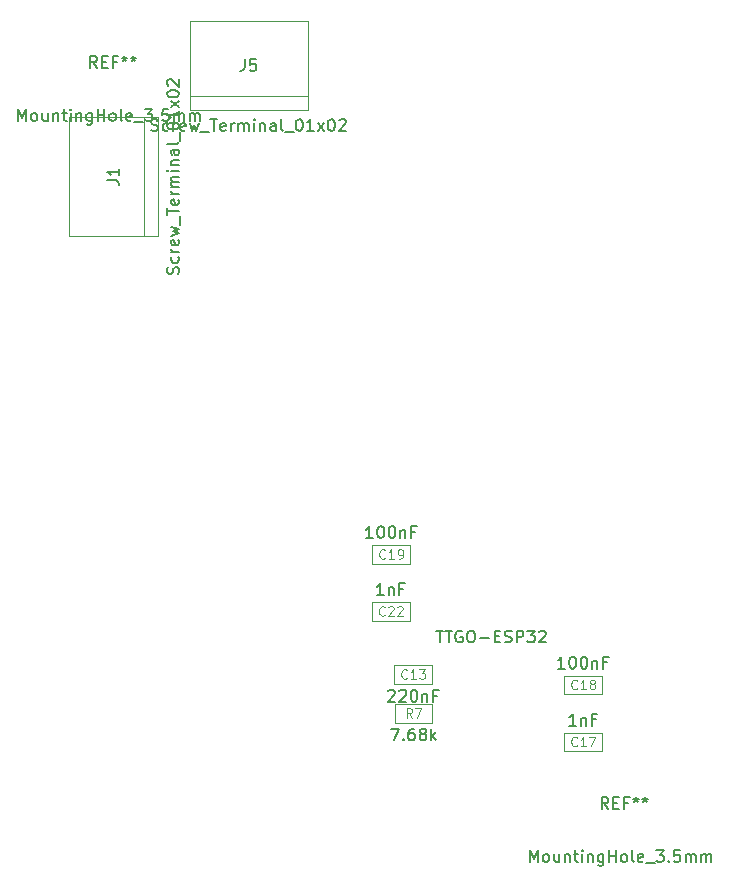
<source format=gbr>
%TF.GenerationSoftware,KiCad,Pcbnew,(5.1.12)-1*%
%TF.CreationDate,2021-12-15T12:49:01+01:00*%
%TF.ProjectId,HorseFOT_thomas_v1,486f7273-6546-44f5-945f-74686f6d6173,rev?*%
%TF.SameCoordinates,Original*%
%TF.FileFunction,AssemblyDrawing,Top*%
%FSLAX46Y46*%
G04 Gerber Fmt 4.6, Leading zero omitted, Abs format (unit mm)*
G04 Created by KiCad (PCBNEW (5.1.12)-1) date 2021-12-15 12:49:01*
%MOMM*%
%LPD*%
G01*
G04 APERTURE LIST*
%ADD10C,0.100000*%
%ADD11C,0.150000*%
%ADD12C,0.120000*%
G04 APERTURE END LIST*
D10*
%TO.C,R7*%
X161595000Y-101003000D02*
X161595000Y-99403000D01*
X161595000Y-99403000D02*
X164795000Y-99403000D01*
X164795000Y-99403000D02*
X164795000Y-101003000D01*
X164795000Y-101003000D02*
X161595000Y-101003000D01*
%TO.C,J5*%
X144275000Y-47889000D02*
X154175000Y-47889000D01*
X144225000Y-41589000D02*
X144225000Y-49089000D01*
X144225000Y-49089000D02*
X154225000Y-49089000D01*
X154225000Y-49089000D02*
X154225000Y-41589000D01*
X154225000Y-41589000D02*
X144225000Y-41589000D01*
%TO.C,J1*%
X140345000Y-59687000D02*
X140345000Y-49787000D01*
X134045000Y-59737000D02*
X141545000Y-59737000D01*
X141545000Y-59737000D02*
X141545000Y-49737000D01*
X141545000Y-49737000D02*
X134045000Y-49737000D01*
X134045000Y-49737000D02*
X134045000Y-59737000D01*
%TO.C,C22*%
X162851500Y-90767000D02*
X162851500Y-92367000D01*
X162851500Y-92367000D02*
X159651500Y-92367000D01*
X159651500Y-92367000D02*
X159651500Y-90767000D01*
X159651500Y-90767000D02*
X162851500Y-90767000D01*
%TO.C,C19*%
X162890000Y-85941000D02*
X162890000Y-87541000D01*
X162890000Y-87541000D02*
X159690000Y-87541000D01*
X159690000Y-87541000D02*
X159690000Y-85941000D01*
X159690000Y-85941000D02*
X162890000Y-85941000D01*
%TO.C,C18*%
X179146000Y-96990000D02*
X179146000Y-98590000D01*
X179146000Y-98590000D02*
X175946000Y-98590000D01*
X175946000Y-98590000D02*
X175946000Y-96990000D01*
X175946000Y-96990000D02*
X179146000Y-96990000D01*
%TO.C,C17*%
X179146000Y-101816000D02*
X179146000Y-103416000D01*
X179146000Y-103416000D02*
X175946000Y-103416000D01*
X175946000Y-103416000D02*
X175946000Y-101816000D01*
X175946000Y-101816000D02*
X179146000Y-101816000D01*
%TO.C,C13*%
X161556500Y-97701000D02*
X161556500Y-96101000D01*
X161556500Y-96101000D02*
X164756500Y-96101000D01*
X164756500Y-96101000D02*
X164756500Y-97701000D01*
X164756500Y-97701000D02*
X161556500Y-97701000D01*
%TD*%
%TO.C,ESP32-TTGO_vT1*%
D11*
X165108523Y-93186380D02*
X165679952Y-93186380D01*
X165394238Y-94186380D02*
X165394238Y-93186380D01*
X165870428Y-93186380D02*
X166441857Y-93186380D01*
X166156142Y-94186380D02*
X166156142Y-93186380D01*
X167299000Y-93234000D02*
X167203761Y-93186380D01*
X167060904Y-93186380D01*
X166918047Y-93234000D01*
X166822809Y-93329238D01*
X166775190Y-93424476D01*
X166727571Y-93614952D01*
X166727571Y-93757809D01*
X166775190Y-93948285D01*
X166822809Y-94043523D01*
X166918047Y-94138761D01*
X167060904Y-94186380D01*
X167156142Y-94186380D01*
X167299000Y-94138761D01*
X167346619Y-94091142D01*
X167346619Y-93757809D01*
X167156142Y-93757809D01*
X167965666Y-93186380D02*
X168156142Y-93186380D01*
X168251380Y-93234000D01*
X168346619Y-93329238D01*
X168394238Y-93519714D01*
X168394238Y-93853047D01*
X168346619Y-94043523D01*
X168251380Y-94138761D01*
X168156142Y-94186380D01*
X167965666Y-94186380D01*
X167870428Y-94138761D01*
X167775190Y-94043523D01*
X167727571Y-93853047D01*
X167727571Y-93519714D01*
X167775190Y-93329238D01*
X167870428Y-93234000D01*
X167965666Y-93186380D01*
X168822809Y-93805428D02*
X169584714Y-93805428D01*
X170060904Y-93662571D02*
X170394238Y-93662571D01*
X170537095Y-94186380D02*
X170060904Y-94186380D01*
X170060904Y-93186380D01*
X170537095Y-93186380D01*
X170918047Y-94138761D02*
X171060904Y-94186380D01*
X171299000Y-94186380D01*
X171394238Y-94138761D01*
X171441857Y-94091142D01*
X171489476Y-93995904D01*
X171489476Y-93900666D01*
X171441857Y-93805428D01*
X171394238Y-93757809D01*
X171299000Y-93710190D01*
X171108523Y-93662571D01*
X171013285Y-93614952D01*
X170965666Y-93567333D01*
X170918047Y-93472095D01*
X170918047Y-93376857D01*
X170965666Y-93281619D01*
X171013285Y-93234000D01*
X171108523Y-93186380D01*
X171346619Y-93186380D01*
X171489476Y-93234000D01*
X171918047Y-94186380D02*
X171918047Y-93186380D01*
X172299000Y-93186380D01*
X172394238Y-93234000D01*
X172441857Y-93281619D01*
X172489476Y-93376857D01*
X172489476Y-93519714D01*
X172441857Y-93614952D01*
X172394238Y-93662571D01*
X172299000Y-93710190D01*
X171918047Y-93710190D01*
X172822809Y-93186380D02*
X173441857Y-93186380D01*
X173108523Y-93567333D01*
X173251380Y-93567333D01*
X173346619Y-93614952D01*
X173394238Y-93662571D01*
X173441857Y-93757809D01*
X173441857Y-93995904D01*
X173394238Y-94091142D01*
X173346619Y-94138761D01*
X173251380Y-94186380D01*
X172965666Y-94186380D01*
X172870428Y-94138761D01*
X172822809Y-94091142D01*
X173822809Y-93281619D02*
X173870428Y-93234000D01*
X173965666Y-93186380D01*
X174203761Y-93186380D01*
X174299000Y-93234000D01*
X174346619Y-93281619D01*
X174394238Y-93376857D01*
X174394238Y-93472095D01*
X174346619Y-93614952D01*
X173775190Y-94186380D01*
X174394238Y-94186380D01*
%TO.C,REF\u002A\u002A*%
X129723523Y-50037380D02*
X129723523Y-49037380D01*
X130056857Y-49751666D01*
X130390190Y-49037380D01*
X130390190Y-50037380D01*
X131009238Y-50037380D02*
X130914000Y-49989761D01*
X130866380Y-49942142D01*
X130818761Y-49846904D01*
X130818761Y-49561190D01*
X130866380Y-49465952D01*
X130914000Y-49418333D01*
X131009238Y-49370714D01*
X131152095Y-49370714D01*
X131247333Y-49418333D01*
X131294952Y-49465952D01*
X131342571Y-49561190D01*
X131342571Y-49846904D01*
X131294952Y-49942142D01*
X131247333Y-49989761D01*
X131152095Y-50037380D01*
X131009238Y-50037380D01*
X132199714Y-49370714D02*
X132199714Y-50037380D01*
X131771142Y-49370714D02*
X131771142Y-49894523D01*
X131818761Y-49989761D01*
X131914000Y-50037380D01*
X132056857Y-50037380D01*
X132152095Y-49989761D01*
X132199714Y-49942142D01*
X132675904Y-49370714D02*
X132675904Y-50037380D01*
X132675904Y-49465952D02*
X132723523Y-49418333D01*
X132818761Y-49370714D01*
X132961619Y-49370714D01*
X133056857Y-49418333D01*
X133104476Y-49513571D01*
X133104476Y-50037380D01*
X133437809Y-49370714D02*
X133818761Y-49370714D01*
X133580666Y-49037380D02*
X133580666Y-49894523D01*
X133628285Y-49989761D01*
X133723523Y-50037380D01*
X133818761Y-50037380D01*
X134152095Y-50037380D02*
X134152095Y-49370714D01*
X134152095Y-49037380D02*
X134104476Y-49085000D01*
X134152095Y-49132619D01*
X134199714Y-49085000D01*
X134152095Y-49037380D01*
X134152095Y-49132619D01*
X134628285Y-49370714D02*
X134628285Y-50037380D01*
X134628285Y-49465952D02*
X134675904Y-49418333D01*
X134771142Y-49370714D01*
X134914000Y-49370714D01*
X135009238Y-49418333D01*
X135056857Y-49513571D01*
X135056857Y-50037380D01*
X135961619Y-49370714D02*
X135961619Y-50180238D01*
X135914000Y-50275476D01*
X135866380Y-50323095D01*
X135771142Y-50370714D01*
X135628285Y-50370714D01*
X135533047Y-50323095D01*
X135961619Y-49989761D02*
X135866380Y-50037380D01*
X135675904Y-50037380D01*
X135580666Y-49989761D01*
X135533047Y-49942142D01*
X135485428Y-49846904D01*
X135485428Y-49561190D01*
X135533047Y-49465952D01*
X135580666Y-49418333D01*
X135675904Y-49370714D01*
X135866380Y-49370714D01*
X135961619Y-49418333D01*
X136437809Y-50037380D02*
X136437809Y-49037380D01*
X136437809Y-49513571D02*
X137009238Y-49513571D01*
X137009238Y-50037380D02*
X137009238Y-49037380D01*
X137628285Y-50037380D02*
X137533047Y-49989761D01*
X137485428Y-49942142D01*
X137437809Y-49846904D01*
X137437809Y-49561190D01*
X137485428Y-49465952D01*
X137533047Y-49418333D01*
X137628285Y-49370714D01*
X137771142Y-49370714D01*
X137866380Y-49418333D01*
X137914000Y-49465952D01*
X137961619Y-49561190D01*
X137961619Y-49846904D01*
X137914000Y-49942142D01*
X137866380Y-49989761D01*
X137771142Y-50037380D01*
X137628285Y-50037380D01*
X138533047Y-50037380D02*
X138437809Y-49989761D01*
X138390190Y-49894523D01*
X138390190Y-49037380D01*
X139294952Y-49989761D02*
X139199714Y-50037380D01*
X139009238Y-50037380D01*
X138914000Y-49989761D01*
X138866380Y-49894523D01*
X138866380Y-49513571D01*
X138914000Y-49418333D01*
X139009238Y-49370714D01*
X139199714Y-49370714D01*
X139294952Y-49418333D01*
X139342571Y-49513571D01*
X139342571Y-49608809D01*
X138866380Y-49704047D01*
X139533047Y-50132619D02*
X140294952Y-50132619D01*
X140437809Y-49037380D02*
X141056857Y-49037380D01*
X140723523Y-49418333D01*
X140866380Y-49418333D01*
X140961619Y-49465952D01*
X141009238Y-49513571D01*
X141056857Y-49608809D01*
X141056857Y-49846904D01*
X141009238Y-49942142D01*
X140961619Y-49989761D01*
X140866380Y-50037380D01*
X140580666Y-50037380D01*
X140485428Y-49989761D01*
X140437809Y-49942142D01*
X141485428Y-49942142D02*
X141533047Y-49989761D01*
X141485428Y-50037380D01*
X141437809Y-49989761D01*
X141485428Y-49942142D01*
X141485428Y-50037380D01*
X142437809Y-49037380D02*
X141961619Y-49037380D01*
X141914000Y-49513571D01*
X141961619Y-49465952D01*
X142056857Y-49418333D01*
X142294952Y-49418333D01*
X142390190Y-49465952D01*
X142437809Y-49513571D01*
X142485428Y-49608809D01*
X142485428Y-49846904D01*
X142437809Y-49942142D01*
X142390190Y-49989761D01*
X142294952Y-50037380D01*
X142056857Y-50037380D01*
X141961619Y-49989761D01*
X141914000Y-49942142D01*
X142914000Y-50037380D02*
X142914000Y-49370714D01*
X142914000Y-49465952D02*
X142961619Y-49418333D01*
X143056857Y-49370714D01*
X143199714Y-49370714D01*
X143294952Y-49418333D01*
X143342571Y-49513571D01*
X143342571Y-50037380D01*
X143342571Y-49513571D02*
X143390190Y-49418333D01*
X143485428Y-49370714D01*
X143628285Y-49370714D01*
X143723523Y-49418333D01*
X143771142Y-49513571D01*
X143771142Y-50037380D01*
X144247333Y-50037380D02*
X144247333Y-49370714D01*
X144247333Y-49465952D02*
X144294952Y-49418333D01*
X144390190Y-49370714D01*
X144533047Y-49370714D01*
X144628285Y-49418333D01*
X144675904Y-49513571D01*
X144675904Y-50037380D01*
X144675904Y-49513571D02*
X144723523Y-49418333D01*
X144818761Y-49370714D01*
X144961619Y-49370714D01*
X145056857Y-49418333D01*
X145104476Y-49513571D01*
X145104476Y-50037380D01*
X136380666Y-45537380D02*
X136047333Y-45061190D01*
X135809238Y-45537380D02*
X135809238Y-44537380D01*
X136190190Y-44537380D01*
X136285428Y-44585000D01*
X136333047Y-44632619D01*
X136380666Y-44727857D01*
X136380666Y-44870714D01*
X136333047Y-44965952D01*
X136285428Y-45013571D01*
X136190190Y-45061190D01*
X135809238Y-45061190D01*
X136809238Y-45013571D02*
X137142571Y-45013571D01*
X137285428Y-45537380D02*
X136809238Y-45537380D01*
X136809238Y-44537380D01*
X137285428Y-44537380D01*
X138047333Y-45013571D02*
X137714000Y-45013571D01*
X137714000Y-45537380D02*
X137714000Y-44537380D01*
X138190190Y-44537380D01*
X138714000Y-44537380D02*
X138714000Y-44775476D01*
X138475904Y-44680238D02*
X138714000Y-44775476D01*
X138952095Y-44680238D01*
X138571142Y-44965952D02*
X138714000Y-44775476D01*
X138856857Y-44965952D01*
X139475904Y-44537380D02*
X139475904Y-44775476D01*
X139237809Y-44680238D02*
X139475904Y-44775476D01*
X139714000Y-44680238D01*
X139333047Y-44965952D02*
X139475904Y-44775476D01*
X139618761Y-44965952D01*
X173030523Y-112775380D02*
X173030523Y-111775380D01*
X173363857Y-112489666D01*
X173697190Y-111775380D01*
X173697190Y-112775380D01*
X174316238Y-112775380D02*
X174221000Y-112727761D01*
X174173380Y-112680142D01*
X174125761Y-112584904D01*
X174125761Y-112299190D01*
X174173380Y-112203952D01*
X174221000Y-112156333D01*
X174316238Y-112108714D01*
X174459095Y-112108714D01*
X174554333Y-112156333D01*
X174601952Y-112203952D01*
X174649571Y-112299190D01*
X174649571Y-112584904D01*
X174601952Y-112680142D01*
X174554333Y-112727761D01*
X174459095Y-112775380D01*
X174316238Y-112775380D01*
X175506714Y-112108714D02*
X175506714Y-112775380D01*
X175078142Y-112108714D02*
X175078142Y-112632523D01*
X175125761Y-112727761D01*
X175221000Y-112775380D01*
X175363857Y-112775380D01*
X175459095Y-112727761D01*
X175506714Y-112680142D01*
X175982904Y-112108714D02*
X175982904Y-112775380D01*
X175982904Y-112203952D02*
X176030523Y-112156333D01*
X176125761Y-112108714D01*
X176268619Y-112108714D01*
X176363857Y-112156333D01*
X176411476Y-112251571D01*
X176411476Y-112775380D01*
X176744809Y-112108714D02*
X177125761Y-112108714D01*
X176887666Y-111775380D02*
X176887666Y-112632523D01*
X176935285Y-112727761D01*
X177030523Y-112775380D01*
X177125761Y-112775380D01*
X177459095Y-112775380D02*
X177459095Y-112108714D01*
X177459095Y-111775380D02*
X177411476Y-111823000D01*
X177459095Y-111870619D01*
X177506714Y-111823000D01*
X177459095Y-111775380D01*
X177459095Y-111870619D01*
X177935285Y-112108714D02*
X177935285Y-112775380D01*
X177935285Y-112203952D02*
X177982904Y-112156333D01*
X178078142Y-112108714D01*
X178221000Y-112108714D01*
X178316238Y-112156333D01*
X178363857Y-112251571D01*
X178363857Y-112775380D01*
X179268619Y-112108714D02*
X179268619Y-112918238D01*
X179221000Y-113013476D01*
X179173380Y-113061095D01*
X179078142Y-113108714D01*
X178935285Y-113108714D01*
X178840047Y-113061095D01*
X179268619Y-112727761D02*
X179173380Y-112775380D01*
X178982904Y-112775380D01*
X178887666Y-112727761D01*
X178840047Y-112680142D01*
X178792428Y-112584904D01*
X178792428Y-112299190D01*
X178840047Y-112203952D01*
X178887666Y-112156333D01*
X178982904Y-112108714D01*
X179173380Y-112108714D01*
X179268619Y-112156333D01*
X179744809Y-112775380D02*
X179744809Y-111775380D01*
X179744809Y-112251571D02*
X180316238Y-112251571D01*
X180316238Y-112775380D02*
X180316238Y-111775380D01*
X180935285Y-112775380D02*
X180840047Y-112727761D01*
X180792428Y-112680142D01*
X180744809Y-112584904D01*
X180744809Y-112299190D01*
X180792428Y-112203952D01*
X180840047Y-112156333D01*
X180935285Y-112108714D01*
X181078142Y-112108714D01*
X181173380Y-112156333D01*
X181221000Y-112203952D01*
X181268619Y-112299190D01*
X181268619Y-112584904D01*
X181221000Y-112680142D01*
X181173380Y-112727761D01*
X181078142Y-112775380D01*
X180935285Y-112775380D01*
X181840047Y-112775380D02*
X181744809Y-112727761D01*
X181697190Y-112632523D01*
X181697190Y-111775380D01*
X182601952Y-112727761D02*
X182506714Y-112775380D01*
X182316238Y-112775380D01*
X182221000Y-112727761D01*
X182173380Y-112632523D01*
X182173380Y-112251571D01*
X182221000Y-112156333D01*
X182316238Y-112108714D01*
X182506714Y-112108714D01*
X182601952Y-112156333D01*
X182649571Y-112251571D01*
X182649571Y-112346809D01*
X182173380Y-112442047D01*
X182840047Y-112870619D02*
X183601952Y-112870619D01*
X183744809Y-111775380D02*
X184363857Y-111775380D01*
X184030523Y-112156333D01*
X184173380Y-112156333D01*
X184268619Y-112203952D01*
X184316238Y-112251571D01*
X184363857Y-112346809D01*
X184363857Y-112584904D01*
X184316238Y-112680142D01*
X184268619Y-112727761D01*
X184173380Y-112775380D01*
X183887666Y-112775380D01*
X183792428Y-112727761D01*
X183744809Y-112680142D01*
X184792428Y-112680142D02*
X184840047Y-112727761D01*
X184792428Y-112775380D01*
X184744809Y-112727761D01*
X184792428Y-112680142D01*
X184792428Y-112775380D01*
X185744809Y-111775380D02*
X185268619Y-111775380D01*
X185221000Y-112251571D01*
X185268619Y-112203952D01*
X185363857Y-112156333D01*
X185601952Y-112156333D01*
X185697190Y-112203952D01*
X185744809Y-112251571D01*
X185792428Y-112346809D01*
X185792428Y-112584904D01*
X185744809Y-112680142D01*
X185697190Y-112727761D01*
X185601952Y-112775380D01*
X185363857Y-112775380D01*
X185268619Y-112727761D01*
X185221000Y-112680142D01*
X186221000Y-112775380D02*
X186221000Y-112108714D01*
X186221000Y-112203952D02*
X186268619Y-112156333D01*
X186363857Y-112108714D01*
X186506714Y-112108714D01*
X186601952Y-112156333D01*
X186649571Y-112251571D01*
X186649571Y-112775380D01*
X186649571Y-112251571D02*
X186697190Y-112156333D01*
X186792428Y-112108714D01*
X186935285Y-112108714D01*
X187030523Y-112156333D01*
X187078142Y-112251571D01*
X187078142Y-112775380D01*
X187554333Y-112775380D02*
X187554333Y-112108714D01*
X187554333Y-112203952D02*
X187601952Y-112156333D01*
X187697190Y-112108714D01*
X187840047Y-112108714D01*
X187935285Y-112156333D01*
X187982904Y-112251571D01*
X187982904Y-112775380D01*
X187982904Y-112251571D02*
X188030523Y-112156333D01*
X188125761Y-112108714D01*
X188268619Y-112108714D01*
X188363857Y-112156333D01*
X188411476Y-112251571D01*
X188411476Y-112775380D01*
X179687666Y-108275380D02*
X179354333Y-107799190D01*
X179116238Y-108275380D02*
X179116238Y-107275380D01*
X179497190Y-107275380D01*
X179592428Y-107323000D01*
X179640047Y-107370619D01*
X179687666Y-107465857D01*
X179687666Y-107608714D01*
X179640047Y-107703952D01*
X179592428Y-107751571D01*
X179497190Y-107799190D01*
X179116238Y-107799190D01*
X180116238Y-107751571D02*
X180449571Y-107751571D01*
X180592428Y-108275380D02*
X180116238Y-108275380D01*
X180116238Y-107275380D01*
X180592428Y-107275380D01*
X181354333Y-107751571D02*
X181021000Y-107751571D01*
X181021000Y-108275380D02*
X181021000Y-107275380D01*
X181497190Y-107275380D01*
X182021000Y-107275380D02*
X182021000Y-107513476D01*
X181782904Y-107418238D02*
X182021000Y-107513476D01*
X182259095Y-107418238D01*
X181878142Y-107703952D02*
X182021000Y-107513476D01*
X182163857Y-107703952D01*
X182782904Y-107275380D02*
X182782904Y-107513476D01*
X182544809Y-107418238D02*
X182782904Y-107513476D01*
X183021000Y-107418238D01*
X182640047Y-107703952D02*
X182782904Y-107513476D01*
X182925761Y-107703952D01*
%TO.C,R7*%
X161266428Y-101475380D02*
X161933095Y-101475380D01*
X161504523Y-102475380D01*
X162314047Y-102380142D02*
X162361666Y-102427761D01*
X162314047Y-102475380D01*
X162266428Y-102427761D01*
X162314047Y-102380142D01*
X162314047Y-102475380D01*
X163218809Y-101475380D02*
X163028333Y-101475380D01*
X162933095Y-101523000D01*
X162885476Y-101570619D01*
X162790238Y-101713476D01*
X162742619Y-101903952D01*
X162742619Y-102284904D01*
X162790238Y-102380142D01*
X162837857Y-102427761D01*
X162933095Y-102475380D01*
X163123571Y-102475380D01*
X163218809Y-102427761D01*
X163266428Y-102380142D01*
X163314047Y-102284904D01*
X163314047Y-102046809D01*
X163266428Y-101951571D01*
X163218809Y-101903952D01*
X163123571Y-101856333D01*
X162933095Y-101856333D01*
X162837857Y-101903952D01*
X162790238Y-101951571D01*
X162742619Y-102046809D01*
X163885476Y-101903952D02*
X163790238Y-101856333D01*
X163742619Y-101808714D01*
X163695000Y-101713476D01*
X163695000Y-101665857D01*
X163742619Y-101570619D01*
X163790238Y-101523000D01*
X163885476Y-101475380D01*
X164075952Y-101475380D01*
X164171190Y-101523000D01*
X164218809Y-101570619D01*
X164266428Y-101665857D01*
X164266428Y-101713476D01*
X164218809Y-101808714D01*
X164171190Y-101856333D01*
X164075952Y-101903952D01*
X163885476Y-101903952D01*
X163790238Y-101951571D01*
X163742619Y-101999190D01*
X163695000Y-102094428D01*
X163695000Y-102284904D01*
X163742619Y-102380142D01*
X163790238Y-102427761D01*
X163885476Y-102475380D01*
X164075952Y-102475380D01*
X164171190Y-102427761D01*
X164218809Y-102380142D01*
X164266428Y-102284904D01*
X164266428Y-102094428D01*
X164218809Y-101999190D01*
X164171190Y-101951571D01*
X164075952Y-101903952D01*
X164695000Y-102475380D02*
X164695000Y-101475380D01*
X164790238Y-102094428D02*
X165075952Y-102475380D01*
X165075952Y-101808714D02*
X164695000Y-102189666D01*
D12*
X163061666Y-100564904D02*
X162795000Y-100183952D01*
X162604523Y-100564904D02*
X162604523Y-99764904D01*
X162909285Y-99764904D01*
X162985476Y-99803000D01*
X163023571Y-99841095D01*
X163061666Y-99917285D01*
X163061666Y-100031571D01*
X163023571Y-100107761D01*
X162985476Y-100145857D01*
X162909285Y-100183952D01*
X162604523Y-100183952D01*
X163328333Y-99764904D02*
X163861666Y-99764904D01*
X163518809Y-100564904D01*
%TO.C,J5*%
D11*
X140986904Y-50823761D02*
X141129761Y-50871380D01*
X141367857Y-50871380D01*
X141463095Y-50823761D01*
X141510714Y-50776142D01*
X141558333Y-50680904D01*
X141558333Y-50585666D01*
X141510714Y-50490428D01*
X141463095Y-50442809D01*
X141367857Y-50395190D01*
X141177380Y-50347571D01*
X141082142Y-50299952D01*
X141034523Y-50252333D01*
X140986904Y-50157095D01*
X140986904Y-50061857D01*
X141034523Y-49966619D01*
X141082142Y-49919000D01*
X141177380Y-49871380D01*
X141415476Y-49871380D01*
X141558333Y-49919000D01*
X142415476Y-50823761D02*
X142320238Y-50871380D01*
X142129761Y-50871380D01*
X142034523Y-50823761D01*
X141986904Y-50776142D01*
X141939285Y-50680904D01*
X141939285Y-50395190D01*
X141986904Y-50299952D01*
X142034523Y-50252333D01*
X142129761Y-50204714D01*
X142320238Y-50204714D01*
X142415476Y-50252333D01*
X142844047Y-50871380D02*
X142844047Y-50204714D01*
X142844047Y-50395190D02*
X142891666Y-50299952D01*
X142939285Y-50252333D01*
X143034523Y-50204714D01*
X143129761Y-50204714D01*
X143844047Y-50823761D02*
X143748809Y-50871380D01*
X143558333Y-50871380D01*
X143463095Y-50823761D01*
X143415476Y-50728523D01*
X143415476Y-50347571D01*
X143463095Y-50252333D01*
X143558333Y-50204714D01*
X143748809Y-50204714D01*
X143844047Y-50252333D01*
X143891666Y-50347571D01*
X143891666Y-50442809D01*
X143415476Y-50538047D01*
X144225000Y-50204714D02*
X144415476Y-50871380D01*
X144605952Y-50395190D01*
X144796428Y-50871380D01*
X144986904Y-50204714D01*
X145129761Y-50966619D02*
X145891666Y-50966619D01*
X145986904Y-49871380D02*
X146558333Y-49871380D01*
X146272619Y-50871380D02*
X146272619Y-49871380D01*
X147272619Y-50823761D02*
X147177380Y-50871380D01*
X146986904Y-50871380D01*
X146891666Y-50823761D01*
X146844047Y-50728523D01*
X146844047Y-50347571D01*
X146891666Y-50252333D01*
X146986904Y-50204714D01*
X147177380Y-50204714D01*
X147272619Y-50252333D01*
X147320238Y-50347571D01*
X147320238Y-50442809D01*
X146844047Y-50538047D01*
X147748809Y-50871380D02*
X147748809Y-50204714D01*
X147748809Y-50395190D02*
X147796428Y-50299952D01*
X147844047Y-50252333D01*
X147939285Y-50204714D01*
X148034523Y-50204714D01*
X148367857Y-50871380D02*
X148367857Y-50204714D01*
X148367857Y-50299952D02*
X148415476Y-50252333D01*
X148510714Y-50204714D01*
X148653571Y-50204714D01*
X148748809Y-50252333D01*
X148796428Y-50347571D01*
X148796428Y-50871380D01*
X148796428Y-50347571D02*
X148844047Y-50252333D01*
X148939285Y-50204714D01*
X149082142Y-50204714D01*
X149177380Y-50252333D01*
X149225000Y-50347571D01*
X149225000Y-50871380D01*
X149701190Y-50871380D02*
X149701190Y-50204714D01*
X149701190Y-49871380D02*
X149653571Y-49919000D01*
X149701190Y-49966619D01*
X149748809Y-49919000D01*
X149701190Y-49871380D01*
X149701190Y-49966619D01*
X150177380Y-50204714D02*
X150177380Y-50871380D01*
X150177380Y-50299952D02*
X150225000Y-50252333D01*
X150320238Y-50204714D01*
X150463095Y-50204714D01*
X150558333Y-50252333D01*
X150605952Y-50347571D01*
X150605952Y-50871380D01*
X151510714Y-50871380D02*
X151510714Y-50347571D01*
X151463095Y-50252333D01*
X151367857Y-50204714D01*
X151177380Y-50204714D01*
X151082142Y-50252333D01*
X151510714Y-50823761D02*
X151415476Y-50871380D01*
X151177380Y-50871380D01*
X151082142Y-50823761D01*
X151034523Y-50728523D01*
X151034523Y-50633285D01*
X151082142Y-50538047D01*
X151177380Y-50490428D01*
X151415476Y-50490428D01*
X151510714Y-50442809D01*
X152129761Y-50871380D02*
X152034523Y-50823761D01*
X151986904Y-50728523D01*
X151986904Y-49871380D01*
X152272619Y-50966619D02*
X153034523Y-50966619D01*
X153463095Y-49871380D02*
X153558333Y-49871380D01*
X153653571Y-49919000D01*
X153701190Y-49966619D01*
X153748809Y-50061857D01*
X153796428Y-50252333D01*
X153796428Y-50490428D01*
X153748809Y-50680904D01*
X153701190Y-50776142D01*
X153653571Y-50823761D01*
X153558333Y-50871380D01*
X153463095Y-50871380D01*
X153367857Y-50823761D01*
X153320238Y-50776142D01*
X153272619Y-50680904D01*
X153225000Y-50490428D01*
X153225000Y-50252333D01*
X153272619Y-50061857D01*
X153320238Y-49966619D01*
X153367857Y-49919000D01*
X153463095Y-49871380D01*
X154748809Y-50871380D02*
X154177380Y-50871380D01*
X154463095Y-50871380D02*
X154463095Y-49871380D01*
X154367857Y-50014238D01*
X154272619Y-50109476D01*
X154177380Y-50157095D01*
X155082142Y-50871380D02*
X155605952Y-50204714D01*
X155082142Y-50204714D02*
X155605952Y-50871380D01*
X156177380Y-49871380D02*
X156272619Y-49871380D01*
X156367857Y-49919000D01*
X156415476Y-49966619D01*
X156463095Y-50061857D01*
X156510714Y-50252333D01*
X156510714Y-50490428D01*
X156463095Y-50680904D01*
X156415476Y-50776142D01*
X156367857Y-50823761D01*
X156272619Y-50871380D01*
X156177380Y-50871380D01*
X156082142Y-50823761D01*
X156034523Y-50776142D01*
X155986904Y-50680904D01*
X155939285Y-50490428D01*
X155939285Y-50252333D01*
X155986904Y-50061857D01*
X156034523Y-49966619D01*
X156082142Y-49919000D01*
X156177380Y-49871380D01*
X156891666Y-49966619D02*
X156939285Y-49919000D01*
X157034523Y-49871380D01*
X157272619Y-49871380D01*
X157367857Y-49919000D01*
X157415476Y-49966619D01*
X157463095Y-50061857D01*
X157463095Y-50157095D01*
X157415476Y-50299952D01*
X156844047Y-50871380D01*
X157463095Y-50871380D01*
X148891666Y-44791380D02*
X148891666Y-45505666D01*
X148844047Y-45648523D01*
X148748809Y-45743761D01*
X148605952Y-45791380D01*
X148510714Y-45791380D01*
X149844047Y-44791380D02*
X149367857Y-44791380D01*
X149320238Y-45267571D01*
X149367857Y-45219952D01*
X149463095Y-45172333D01*
X149701190Y-45172333D01*
X149796428Y-45219952D01*
X149844047Y-45267571D01*
X149891666Y-45362809D01*
X149891666Y-45600904D01*
X149844047Y-45696142D01*
X149796428Y-45743761D01*
X149701190Y-45791380D01*
X149463095Y-45791380D01*
X149367857Y-45743761D01*
X149320238Y-45696142D01*
%TO.C,J1*%
X143279761Y-62975095D02*
X143327380Y-62832238D01*
X143327380Y-62594142D01*
X143279761Y-62498904D01*
X143232142Y-62451285D01*
X143136904Y-62403666D01*
X143041666Y-62403666D01*
X142946428Y-62451285D01*
X142898809Y-62498904D01*
X142851190Y-62594142D01*
X142803571Y-62784619D01*
X142755952Y-62879857D01*
X142708333Y-62927476D01*
X142613095Y-62975095D01*
X142517857Y-62975095D01*
X142422619Y-62927476D01*
X142375000Y-62879857D01*
X142327380Y-62784619D01*
X142327380Y-62546523D01*
X142375000Y-62403666D01*
X143279761Y-61546523D02*
X143327380Y-61641761D01*
X143327380Y-61832238D01*
X143279761Y-61927476D01*
X143232142Y-61975095D01*
X143136904Y-62022714D01*
X142851190Y-62022714D01*
X142755952Y-61975095D01*
X142708333Y-61927476D01*
X142660714Y-61832238D01*
X142660714Y-61641761D01*
X142708333Y-61546523D01*
X143327380Y-61117952D02*
X142660714Y-61117952D01*
X142851190Y-61117952D02*
X142755952Y-61070333D01*
X142708333Y-61022714D01*
X142660714Y-60927476D01*
X142660714Y-60832238D01*
X143279761Y-60117952D02*
X143327380Y-60213190D01*
X143327380Y-60403666D01*
X143279761Y-60498904D01*
X143184523Y-60546523D01*
X142803571Y-60546523D01*
X142708333Y-60498904D01*
X142660714Y-60403666D01*
X142660714Y-60213190D01*
X142708333Y-60117952D01*
X142803571Y-60070333D01*
X142898809Y-60070333D01*
X142994047Y-60546523D01*
X142660714Y-59737000D02*
X143327380Y-59546523D01*
X142851190Y-59356047D01*
X143327380Y-59165571D01*
X142660714Y-58975095D01*
X143422619Y-58832238D02*
X143422619Y-58070333D01*
X142327380Y-57975095D02*
X142327380Y-57403666D01*
X143327380Y-57689380D02*
X142327380Y-57689380D01*
X143279761Y-56689380D02*
X143327380Y-56784619D01*
X143327380Y-56975095D01*
X143279761Y-57070333D01*
X143184523Y-57117952D01*
X142803571Y-57117952D01*
X142708333Y-57070333D01*
X142660714Y-56975095D01*
X142660714Y-56784619D01*
X142708333Y-56689380D01*
X142803571Y-56641761D01*
X142898809Y-56641761D01*
X142994047Y-57117952D01*
X143327380Y-56213190D02*
X142660714Y-56213190D01*
X142851190Y-56213190D02*
X142755952Y-56165571D01*
X142708333Y-56117952D01*
X142660714Y-56022714D01*
X142660714Y-55927476D01*
X143327380Y-55594142D02*
X142660714Y-55594142D01*
X142755952Y-55594142D02*
X142708333Y-55546523D01*
X142660714Y-55451285D01*
X142660714Y-55308428D01*
X142708333Y-55213190D01*
X142803571Y-55165571D01*
X143327380Y-55165571D01*
X142803571Y-55165571D02*
X142708333Y-55117952D01*
X142660714Y-55022714D01*
X142660714Y-54879857D01*
X142708333Y-54784619D01*
X142803571Y-54737000D01*
X143327380Y-54737000D01*
X143327380Y-54260809D02*
X142660714Y-54260809D01*
X142327380Y-54260809D02*
X142375000Y-54308428D01*
X142422619Y-54260809D01*
X142375000Y-54213190D01*
X142327380Y-54260809D01*
X142422619Y-54260809D01*
X142660714Y-53784619D02*
X143327380Y-53784619D01*
X142755952Y-53784619D02*
X142708333Y-53737000D01*
X142660714Y-53641761D01*
X142660714Y-53498904D01*
X142708333Y-53403666D01*
X142803571Y-53356047D01*
X143327380Y-53356047D01*
X143327380Y-52451285D02*
X142803571Y-52451285D01*
X142708333Y-52498904D01*
X142660714Y-52594142D01*
X142660714Y-52784619D01*
X142708333Y-52879857D01*
X143279761Y-52451285D02*
X143327380Y-52546523D01*
X143327380Y-52784619D01*
X143279761Y-52879857D01*
X143184523Y-52927476D01*
X143089285Y-52927476D01*
X142994047Y-52879857D01*
X142946428Y-52784619D01*
X142946428Y-52546523D01*
X142898809Y-52451285D01*
X143327380Y-51832238D02*
X143279761Y-51927476D01*
X143184523Y-51975095D01*
X142327380Y-51975095D01*
X143422619Y-51689380D02*
X143422619Y-50927476D01*
X142327380Y-50498904D02*
X142327380Y-50403666D01*
X142375000Y-50308428D01*
X142422619Y-50260809D01*
X142517857Y-50213190D01*
X142708333Y-50165571D01*
X142946428Y-50165571D01*
X143136904Y-50213190D01*
X143232142Y-50260809D01*
X143279761Y-50308428D01*
X143327380Y-50403666D01*
X143327380Y-50498904D01*
X143279761Y-50594142D01*
X143232142Y-50641761D01*
X143136904Y-50689380D01*
X142946428Y-50737000D01*
X142708333Y-50737000D01*
X142517857Y-50689380D01*
X142422619Y-50641761D01*
X142375000Y-50594142D01*
X142327380Y-50498904D01*
X143327380Y-49213190D02*
X143327380Y-49784619D01*
X143327380Y-49498904D02*
X142327380Y-49498904D01*
X142470238Y-49594142D01*
X142565476Y-49689380D01*
X142613095Y-49784619D01*
X143327380Y-48879857D02*
X142660714Y-48356047D01*
X142660714Y-48879857D02*
X143327380Y-48356047D01*
X142327380Y-47784619D02*
X142327380Y-47689380D01*
X142375000Y-47594142D01*
X142422619Y-47546523D01*
X142517857Y-47498904D01*
X142708333Y-47451285D01*
X142946428Y-47451285D01*
X143136904Y-47498904D01*
X143232142Y-47546523D01*
X143279761Y-47594142D01*
X143327380Y-47689380D01*
X143327380Y-47784619D01*
X143279761Y-47879857D01*
X143232142Y-47927476D01*
X143136904Y-47975095D01*
X142946428Y-48022714D01*
X142708333Y-48022714D01*
X142517857Y-47975095D01*
X142422619Y-47927476D01*
X142375000Y-47879857D01*
X142327380Y-47784619D01*
X142422619Y-47070333D02*
X142375000Y-47022714D01*
X142327380Y-46927476D01*
X142327380Y-46689380D01*
X142375000Y-46594142D01*
X142422619Y-46546523D01*
X142517857Y-46498904D01*
X142613095Y-46498904D01*
X142755952Y-46546523D01*
X143327380Y-47117952D01*
X143327380Y-46498904D01*
X137247380Y-55070333D02*
X137961666Y-55070333D01*
X138104523Y-55117952D01*
X138199761Y-55213190D01*
X138247380Y-55356047D01*
X138247380Y-55451285D01*
X138247380Y-54070333D02*
X138247380Y-54641761D01*
X138247380Y-54356047D02*
X137247380Y-54356047D01*
X137390238Y-54451285D01*
X137485476Y-54546523D01*
X137533095Y-54641761D01*
%TO.C,C22*%
X160656261Y-90169380D02*
X160084833Y-90169380D01*
X160370547Y-90169380D02*
X160370547Y-89169380D01*
X160275309Y-89312238D01*
X160180071Y-89407476D01*
X160084833Y-89455095D01*
X161084833Y-89502714D02*
X161084833Y-90169380D01*
X161084833Y-89597952D02*
X161132452Y-89550333D01*
X161227690Y-89502714D01*
X161370547Y-89502714D01*
X161465785Y-89550333D01*
X161513404Y-89645571D01*
X161513404Y-90169380D01*
X162322928Y-89645571D02*
X161989595Y-89645571D01*
X161989595Y-90169380D02*
X161989595Y-89169380D01*
X162465785Y-89169380D01*
D12*
X160737214Y-91852714D02*
X160699119Y-91890809D01*
X160584833Y-91928904D01*
X160508642Y-91928904D01*
X160394357Y-91890809D01*
X160318166Y-91814619D01*
X160280071Y-91738428D01*
X160241976Y-91586047D01*
X160241976Y-91471761D01*
X160280071Y-91319380D01*
X160318166Y-91243190D01*
X160394357Y-91167000D01*
X160508642Y-91128904D01*
X160584833Y-91128904D01*
X160699119Y-91167000D01*
X160737214Y-91205095D01*
X161041976Y-91205095D02*
X161080071Y-91167000D01*
X161156261Y-91128904D01*
X161346738Y-91128904D01*
X161422928Y-91167000D01*
X161461023Y-91205095D01*
X161499119Y-91281285D01*
X161499119Y-91357476D01*
X161461023Y-91471761D01*
X161003880Y-91928904D01*
X161499119Y-91928904D01*
X161803880Y-91205095D02*
X161841976Y-91167000D01*
X161918166Y-91128904D01*
X162108642Y-91128904D01*
X162184833Y-91167000D01*
X162222928Y-91205095D01*
X162261023Y-91281285D01*
X162261023Y-91357476D01*
X162222928Y-91471761D01*
X161765785Y-91928904D01*
X162261023Y-91928904D01*
%TO.C,C19*%
D11*
X159742380Y-85343380D02*
X159170952Y-85343380D01*
X159456666Y-85343380D02*
X159456666Y-84343380D01*
X159361428Y-84486238D01*
X159266190Y-84581476D01*
X159170952Y-84629095D01*
X160361428Y-84343380D02*
X160456666Y-84343380D01*
X160551904Y-84391000D01*
X160599523Y-84438619D01*
X160647142Y-84533857D01*
X160694761Y-84724333D01*
X160694761Y-84962428D01*
X160647142Y-85152904D01*
X160599523Y-85248142D01*
X160551904Y-85295761D01*
X160456666Y-85343380D01*
X160361428Y-85343380D01*
X160266190Y-85295761D01*
X160218571Y-85248142D01*
X160170952Y-85152904D01*
X160123333Y-84962428D01*
X160123333Y-84724333D01*
X160170952Y-84533857D01*
X160218571Y-84438619D01*
X160266190Y-84391000D01*
X160361428Y-84343380D01*
X161313809Y-84343380D02*
X161409047Y-84343380D01*
X161504285Y-84391000D01*
X161551904Y-84438619D01*
X161599523Y-84533857D01*
X161647142Y-84724333D01*
X161647142Y-84962428D01*
X161599523Y-85152904D01*
X161551904Y-85248142D01*
X161504285Y-85295761D01*
X161409047Y-85343380D01*
X161313809Y-85343380D01*
X161218571Y-85295761D01*
X161170952Y-85248142D01*
X161123333Y-85152904D01*
X161075714Y-84962428D01*
X161075714Y-84724333D01*
X161123333Y-84533857D01*
X161170952Y-84438619D01*
X161218571Y-84391000D01*
X161313809Y-84343380D01*
X162075714Y-84676714D02*
X162075714Y-85343380D01*
X162075714Y-84771952D02*
X162123333Y-84724333D01*
X162218571Y-84676714D01*
X162361428Y-84676714D01*
X162456666Y-84724333D01*
X162504285Y-84819571D01*
X162504285Y-85343380D01*
X163313809Y-84819571D02*
X162980476Y-84819571D01*
X162980476Y-85343380D02*
X162980476Y-84343380D01*
X163456666Y-84343380D01*
D12*
X160775714Y-87026714D02*
X160737619Y-87064809D01*
X160623333Y-87102904D01*
X160547142Y-87102904D01*
X160432857Y-87064809D01*
X160356666Y-86988619D01*
X160318571Y-86912428D01*
X160280476Y-86760047D01*
X160280476Y-86645761D01*
X160318571Y-86493380D01*
X160356666Y-86417190D01*
X160432857Y-86341000D01*
X160547142Y-86302904D01*
X160623333Y-86302904D01*
X160737619Y-86341000D01*
X160775714Y-86379095D01*
X161537619Y-87102904D02*
X161080476Y-87102904D01*
X161309047Y-87102904D02*
X161309047Y-86302904D01*
X161232857Y-86417190D01*
X161156666Y-86493380D01*
X161080476Y-86531476D01*
X161918571Y-87102904D02*
X162070952Y-87102904D01*
X162147142Y-87064809D01*
X162185238Y-87026714D01*
X162261428Y-86912428D01*
X162299523Y-86760047D01*
X162299523Y-86455285D01*
X162261428Y-86379095D01*
X162223333Y-86341000D01*
X162147142Y-86302904D01*
X161994761Y-86302904D01*
X161918571Y-86341000D01*
X161880476Y-86379095D01*
X161842380Y-86455285D01*
X161842380Y-86645761D01*
X161880476Y-86721952D01*
X161918571Y-86760047D01*
X161994761Y-86798142D01*
X162147142Y-86798142D01*
X162223333Y-86760047D01*
X162261428Y-86721952D01*
X162299523Y-86645761D01*
%TO.C,C18*%
D11*
X175998380Y-96392380D02*
X175426952Y-96392380D01*
X175712666Y-96392380D02*
X175712666Y-95392380D01*
X175617428Y-95535238D01*
X175522190Y-95630476D01*
X175426952Y-95678095D01*
X176617428Y-95392380D02*
X176712666Y-95392380D01*
X176807904Y-95440000D01*
X176855523Y-95487619D01*
X176903142Y-95582857D01*
X176950761Y-95773333D01*
X176950761Y-96011428D01*
X176903142Y-96201904D01*
X176855523Y-96297142D01*
X176807904Y-96344761D01*
X176712666Y-96392380D01*
X176617428Y-96392380D01*
X176522190Y-96344761D01*
X176474571Y-96297142D01*
X176426952Y-96201904D01*
X176379333Y-96011428D01*
X176379333Y-95773333D01*
X176426952Y-95582857D01*
X176474571Y-95487619D01*
X176522190Y-95440000D01*
X176617428Y-95392380D01*
X177569809Y-95392380D02*
X177665047Y-95392380D01*
X177760285Y-95440000D01*
X177807904Y-95487619D01*
X177855523Y-95582857D01*
X177903142Y-95773333D01*
X177903142Y-96011428D01*
X177855523Y-96201904D01*
X177807904Y-96297142D01*
X177760285Y-96344761D01*
X177665047Y-96392380D01*
X177569809Y-96392380D01*
X177474571Y-96344761D01*
X177426952Y-96297142D01*
X177379333Y-96201904D01*
X177331714Y-96011428D01*
X177331714Y-95773333D01*
X177379333Y-95582857D01*
X177426952Y-95487619D01*
X177474571Y-95440000D01*
X177569809Y-95392380D01*
X178331714Y-95725714D02*
X178331714Y-96392380D01*
X178331714Y-95820952D02*
X178379333Y-95773333D01*
X178474571Y-95725714D01*
X178617428Y-95725714D01*
X178712666Y-95773333D01*
X178760285Y-95868571D01*
X178760285Y-96392380D01*
X179569809Y-95868571D02*
X179236476Y-95868571D01*
X179236476Y-96392380D02*
X179236476Y-95392380D01*
X179712666Y-95392380D01*
D12*
X177031714Y-98075714D02*
X176993619Y-98113809D01*
X176879333Y-98151904D01*
X176803142Y-98151904D01*
X176688857Y-98113809D01*
X176612666Y-98037619D01*
X176574571Y-97961428D01*
X176536476Y-97809047D01*
X176536476Y-97694761D01*
X176574571Y-97542380D01*
X176612666Y-97466190D01*
X176688857Y-97390000D01*
X176803142Y-97351904D01*
X176879333Y-97351904D01*
X176993619Y-97390000D01*
X177031714Y-97428095D01*
X177793619Y-98151904D02*
X177336476Y-98151904D01*
X177565047Y-98151904D02*
X177565047Y-97351904D01*
X177488857Y-97466190D01*
X177412666Y-97542380D01*
X177336476Y-97580476D01*
X178250761Y-97694761D02*
X178174571Y-97656666D01*
X178136476Y-97618571D01*
X178098380Y-97542380D01*
X178098380Y-97504285D01*
X178136476Y-97428095D01*
X178174571Y-97390000D01*
X178250761Y-97351904D01*
X178403142Y-97351904D01*
X178479333Y-97390000D01*
X178517428Y-97428095D01*
X178555523Y-97504285D01*
X178555523Y-97542380D01*
X178517428Y-97618571D01*
X178479333Y-97656666D01*
X178403142Y-97694761D01*
X178250761Y-97694761D01*
X178174571Y-97732857D01*
X178136476Y-97770952D01*
X178098380Y-97847142D01*
X178098380Y-97999523D01*
X178136476Y-98075714D01*
X178174571Y-98113809D01*
X178250761Y-98151904D01*
X178403142Y-98151904D01*
X178479333Y-98113809D01*
X178517428Y-98075714D01*
X178555523Y-97999523D01*
X178555523Y-97847142D01*
X178517428Y-97770952D01*
X178479333Y-97732857D01*
X178403142Y-97694761D01*
%TO.C,C17*%
D11*
X176950761Y-101218380D02*
X176379333Y-101218380D01*
X176665047Y-101218380D02*
X176665047Y-100218380D01*
X176569809Y-100361238D01*
X176474571Y-100456476D01*
X176379333Y-100504095D01*
X177379333Y-100551714D02*
X177379333Y-101218380D01*
X177379333Y-100646952D02*
X177426952Y-100599333D01*
X177522190Y-100551714D01*
X177665047Y-100551714D01*
X177760285Y-100599333D01*
X177807904Y-100694571D01*
X177807904Y-101218380D01*
X178617428Y-100694571D02*
X178284095Y-100694571D01*
X178284095Y-101218380D02*
X178284095Y-100218380D01*
X178760285Y-100218380D01*
D12*
X177031714Y-102901714D02*
X176993619Y-102939809D01*
X176879333Y-102977904D01*
X176803142Y-102977904D01*
X176688857Y-102939809D01*
X176612666Y-102863619D01*
X176574571Y-102787428D01*
X176536476Y-102635047D01*
X176536476Y-102520761D01*
X176574571Y-102368380D01*
X176612666Y-102292190D01*
X176688857Y-102216000D01*
X176803142Y-102177904D01*
X176879333Y-102177904D01*
X176993619Y-102216000D01*
X177031714Y-102254095D01*
X177793619Y-102977904D02*
X177336476Y-102977904D01*
X177565047Y-102977904D02*
X177565047Y-102177904D01*
X177488857Y-102292190D01*
X177412666Y-102368380D01*
X177336476Y-102406476D01*
X178060285Y-102177904D02*
X178593619Y-102177904D01*
X178250761Y-102977904D01*
%TO.C,C13*%
D11*
X161037452Y-98298619D02*
X161085071Y-98251000D01*
X161180309Y-98203380D01*
X161418404Y-98203380D01*
X161513642Y-98251000D01*
X161561261Y-98298619D01*
X161608880Y-98393857D01*
X161608880Y-98489095D01*
X161561261Y-98631952D01*
X160989833Y-99203380D01*
X161608880Y-99203380D01*
X161989833Y-98298619D02*
X162037452Y-98251000D01*
X162132690Y-98203380D01*
X162370785Y-98203380D01*
X162466023Y-98251000D01*
X162513642Y-98298619D01*
X162561261Y-98393857D01*
X162561261Y-98489095D01*
X162513642Y-98631952D01*
X161942214Y-99203380D01*
X162561261Y-99203380D01*
X163180309Y-98203380D02*
X163275547Y-98203380D01*
X163370785Y-98251000D01*
X163418404Y-98298619D01*
X163466023Y-98393857D01*
X163513642Y-98584333D01*
X163513642Y-98822428D01*
X163466023Y-99012904D01*
X163418404Y-99108142D01*
X163370785Y-99155761D01*
X163275547Y-99203380D01*
X163180309Y-99203380D01*
X163085071Y-99155761D01*
X163037452Y-99108142D01*
X162989833Y-99012904D01*
X162942214Y-98822428D01*
X162942214Y-98584333D01*
X162989833Y-98393857D01*
X163037452Y-98298619D01*
X163085071Y-98251000D01*
X163180309Y-98203380D01*
X163942214Y-98536714D02*
X163942214Y-99203380D01*
X163942214Y-98631952D02*
X163989833Y-98584333D01*
X164085071Y-98536714D01*
X164227928Y-98536714D01*
X164323166Y-98584333D01*
X164370785Y-98679571D01*
X164370785Y-99203380D01*
X165180309Y-98679571D02*
X164846976Y-98679571D01*
X164846976Y-99203380D02*
X164846976Y-98203380D01*
X165323166Y-98203380D01*
D12*
X162642214Y-97186714D02*
X162604119Y-97224809D01*
X162489833Y-97262904D01*
X162413642Y-97262904D01*
X162299357Y-97224809D01*
X162223166Y-97148619D01*
X162185071Y-97072428D01*
X162146976Y-96920047D01*
X162146976Y-96805761D01*
X162185071Y-96653380D01*
X162223166Y-96577190D01*
X162299357Y-96501000D01*
X162413642Y-96462904D01*
X162489833Y-96462904D01*
X162604119Y-96501000D01*
X162642214Y-96539095D01*
X163404119Y-97262904D02*
X162946976Y-97262904D01*
X163175547Y-97262904D02*
X163175547Y-96462904D01*
X163099357Y-96577190D01*
X163023166Y-96653380D01*
X162946976Y-96691476D01*
X163670785Y-96462904D02*
X164166023Y-96462904D01*
X163899357Y-96767666D01*
X164013642Y-96767666D01*
X164089833Y-96805761D01*
X164127928Y-96843857D01*
X164166023Y-96920047D01*
X164166023Y-97110523D01*
X164127928Y-97186714D01*
X164089833Y-97224809D01*
X164013642Y-97262904D01*
X163785071Y-97262904D01*
X163708880Y-97224809D01*
X163670785Y-97186714D01*
%TD*%
M02*

</source>
